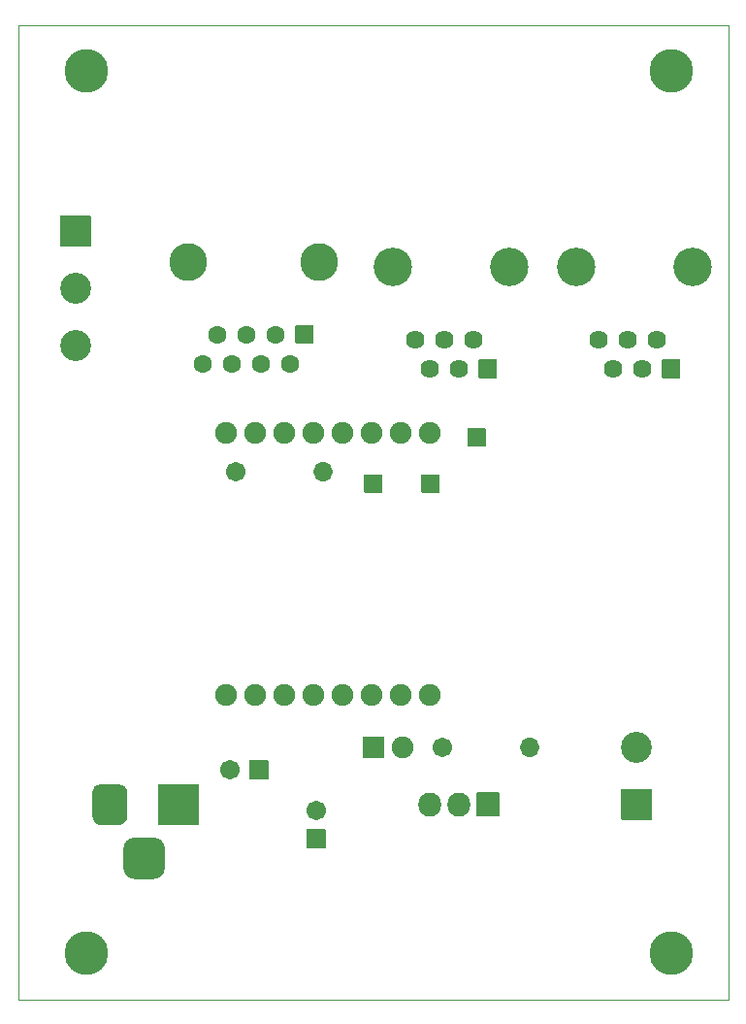
<source format=gbr>
G04 #@! TF.GenerationSoftware,KiCad,Pcbnew,(6.0.5)*
G04 #@! TF.CreationDate,2022-05-05T21:27:21-04:00*
G04 #@! TF.ProjectId,Weather_Wemos,57656174-6865-4725-9f57-656d6f732e6b,v1*
G04 #@! TF.SameCoordinates,Original*
G04 #@! TF.FileFunction,Soldermask,Bot*
G04 #@! TF.FilePolarity,Negative*
%FSLAX45Y45*%
G04 Gerber Fmt 4.5, Leading zero omitted, Abs format (unit mm)*
G04 Created by KiCad (PCBNEW (6.0.5)) date 2022-05-05 21:27:21*
%MOMM*%
%LPD*%
G01*
G04 APERTURE LIST*
G04 #@! TA.AperFunction,Profile*
%ADD10C,0.050000*%
G04 #@! TD*
%ADD11C,2.702000*%
%ADD12C,1.702000*%
%ADD13O,1.702000X1.702000*%
%ADD14C,1.902000*%
%ADD15C,3.802000*%
%ADD16C,3.352000*%
%ADD17C,1.622000*%
%ADD18C,3.302000*%
%ADD19C,1.602000*%
%ADD20O,2.007000X2.102000*%
G04 APERTURE END LIST*
D10*
X18100000Y-5900000D02*
X11900000Y-5900000D01*
X18100000Y-14400000D02*
X18100000Y-5900000D01*
X11900000Y-14400000D02*
X18100000Y-14400000D01*
X11900000Y-5900000D02*
X11900000Y-14400000D01*
X18100000Y-5900000D02*
X11900000Y-5900000D01*
X18100000Y-14400000D02*
X18100000Y-5900000D01*
X11900000Y-14400000D02*
X18100000Y-14400000D01*
X11900000Y-5900000D02*
X11900000Y-14400000D01*
G36*
G01*
X12270000Y-7564900D02*
X12530000Y-7564900D01*
G75*
G02*
X12535100Y-7570000I0J-5100D01*
G01*
X12535100Y-7830000D01*
G75*
G02*
X12530000Y-7835100I-5100J0D01*
G01*
X12270000Y-7835100D01*
G75*
G02*
X12264900Y-7830000I0J5100D01*
G01*
X12264900Y-7570000D01*
G75*
G02*
X12270000Y-7564900I5100J0D01*
G01*
G37*
D11*
X12400000Y-8200000D03*
X12400000Y-8700000D03*
D12*
X13800000Y-9800000D03*
D13*
X14562000Y-9800000D03*
D14*
X15489000Y-9457000D03*
X15235000Y-9457000D03*
X14981000Y-9457000D03*
X14727000Y-9457000D03*
X14473000Y-9457000D03*
X14219000Y-9457000D03*
X13965000Y-9457000D03*
X13711000Y-9457000D03*
X13711000Y-11743000D03*
X13965000Y-11743000D03*
X14219000Y-11743000D03*
X14473000Y-11743000D03*
X14727000Y-11743000D03*
X14981000Y-11743000D03*
X15235000Y-11743000D03*
X15489000Y-11743000D03*
G36*
G01*
X17430000Y-12835100D02*
X17170000Y-12835100D01*
G75*
G02*
X17164900Y-12830000I0J5100D01*
G01*
X17164900Y-12570000D01*
G75*
G02*
X17170000Y-12564900I5100J0D01*
G01*
X17430000Y-12564900D01*
G75*
G02*
X17435100Y-12570000I0J-5100D01*
G01*
X17435100Y-12830000D01*
G75*
G02*
X17430000Y-12835100I-5100J0D01*
G01*
G37*
D11*
X17300000Y-12200000D03*
G36*
G01*
X14580000Y-13085100D02*
X14420000Y-13085100D01*
G75*
G02*
X14414900Y-13080000I0J5100D01*
G01*
X14414900Y-12920000D01*
G75*
G02*
X14420000Y-12914900I5100J0D01*
G01*
X14580000Y-12914900D01*
G75*
G02*
X14585100Y-12920000I0J-5100D01*
G01*
X14585100Y-13080000D01*
G75*
G02*
X14580000Y-13085100I-5100J0D01*
G01*
G37*
D12*
X14500000Y-12750000D03*
G36*
G01*
X14085100Y-12320000D02*
X14085100Y-12480000D01*
G75*
G02*
X14080000Y-12485100I-5100J0D01*
G01*
X13920000Y-12485100D01*
G75*
G02*
X13914900Y-12480000I0J5100D01*
G01*
X13914900Y-12320000D01*
G75*
G02*
X13920000Y-12314900I5100J0D01*
G01*
X14080000Y-12314900D01*
G75*
G02*
X14085100Y-12320000I0J-5100D01*
G01*
G37*
X13750000Y-12400000D03*
G36*
G01*
X14904900Y-12290000D02*
X14904900Y-12110000D01*
G75*
G02*
X14910000Y-12104900I5100J0D01*
G01*
X15090000Y-12104900D01*
G75*
G02*
X15095100Y-12110000I0J-5100D01*
G01*
X15095100Y-12290000D01*
G75*
G02*
X15090000Y-12295100I-5100J0D01*
G01*
X14910000Y-12295100D01*
G75*
G02*
X14904900Y-12290000I0J5100D01*
G01*
G37*
D14*
X15254000Y-12200000D03*
D15*
X17600000Y-14000000D03*
X12500000Y-6300000D03*
X17600000Y-6300000D03*
X12500000Y-14000000D03*
D16*
X16775000Y-8011000D03*
X17791000Y-8011000D03*
G36*
G01*
X17681100Y-8824000D02*
X17681100Y-8976000D01*
G75*
G02*
X17676000Y-8981100I-5100J0D01*
G01*
X17524000Y-8981100D01*
G75*
G02*
X17518900Y-8976000I0J5100D01*
G01*
X17518900Y-8824000D01*
G75*
G02*
X17524000Y-8818900I5100J0D01*
G01*
X17676000Y-8818900D01*
G75*
G02*
X17681100Y-8824000I0J-5100D01*
G01*
G37*
D17*
X17473000Y-8646000D03*
X17346000Y-8900000D03*
X17219000Y-8646000D03*
X17092000Y-8900000D03*
X16965000Y-8646000D03*
D16*
X15175000Y-8011000D03*
X16191000Y-8011000D03*
G36*
G01*
X16081100Y-8824000D02*
X16081100Y-8976000D01*
G75*
G02*
X16076000Y-8981100I-5100J0D01*
G01*
X15924000Y-8981100D01*
G75*
G02*
X15918900Y-8976000I0J5100D01*
G01*
X15918900Y-8824000D01*
G75*
G02*
X15924000Y-8818900I5100J0D01*
G01*
X16076000Y-8818900D01*
G75*
G02*
X16081100Y-8824000I0J-5100D01*
G01*
G37*
D17*
X15873000Y-8646000D03*
X15746000Y-8900000D03*
X15619000Y-8646000D03*
X15492000Y-8900000D03*
X15365000Y-8646000D03*
D18*
X14527000Y-7965000D03*
X13384000Y-7965000D03*
G36*
G01*
X14480100Y-8525000D02*
X14480100Y-8675000D01*
G75*
G02*
X14475000Y-8680100I-5100J0D01*
G01*
X14325000Y-8680100D01*
G75*
G02*
X14319900Y-8675000I0J5100D01*
G01*
X14319900Y-8525000D01*
G75*
G02*
X14325000Y-8519900I5100J0D01*
G01*
X14475000Y-8519900D01*
G75*
G02*
X14480100Y-8525000I0J-5100D01*
G01*
G37*
D19*
X14273000Y-8854000D03*
X14146000Y-8600000D03*
X14019000Y-8854000D03*
X13892000Y-8600000D03*
X13765000Y-8854000D03*
X13638000Y-8600000D03*
X13511000Y-8854000D03*
D12*
X15600000Y-12200000D03*
D13*
X16362000Y-12200000D03*
G36*
G01*
X16100350Y-12600000D02*
X16100350Y-12800000D01*
G75*
G02*
X16095250Y-12805100I-5100J0D01*
G01*
X15904750Y-12805100D01*
G75*
G02*
X15899650Y-12800000I0J5100D01*
G01*
X15899650Y-12600000D01*
G75*
G02*
X15904750Y-12594900I5100J0D01*
G01*
X16095250Y-12594900D01*
G75*
G02*
X16100350Y-12600000I0J-5100D01*
G01*
G37*
D20*
X15746000Y-12700000D03*
X15492000Y-12700000D03*
G36*
G01*
X13119900Y-12875000D02*
X13119900Y-12525000D01*
G75*
G02*
X13125000Y-12519900I5100J0D01*
G01*
X13475000Y-12519900D01*
G75*
G02*
X13480100Y-12525000I0J-5100D01*
G01*
X13480100Y-12875000D01*
G75*
G02*
X13475000Y-12880100I-5100J0D01*
G01*
X13125000Y-12880100D01*
G75*
G02*
X13119900Y-12875000I0J5100D01*
G01*
G37*
G36*
G01*
X12544900Y-12800000D02*
X12544900Y-12600000D01*
G75*
G02*
X12625000Y-12519900I80100J0D01*
G01*
X12775000Y-12519900D01*
G75*
G02*
X12855100Y-12600000I0J-80100D01*
G01*
X12855100Y-12800000D01*
G75*
G02*
X12775000Y-12880100I-80100J0D01*
G01*
X12625000Y-12880100D01*
G75*
G02*
X12544900Y-12800000I0J80100D01*
G01*
G37*
G36*
G01*
X12819900Y-13257500D02*
X12819900Y-13082500D01*
G75*
G02*
X12912500Y-12989900I92600J0D01*
G01*
X13087500Y-12989900D01*
G75*
G02*
X13180100Y-13082500I0J-92600D01*
G01*
X13180100Y-13257500D01*
G75*
G02*
X13087500Y-13350100I-92600J0D01*
G01*
X12912500Y-13350100D01*
G75*
G02*
X12819900Y-13257500I0J92600D01*
G01*
G37*
G36*
G01*
X15419900Y-9975000D02*
X15419900Y-9825000D01*
G75*
G02*
X15425000Y-9819900I5100J0D01*
G01*
X15575000Y-9819900D01*
G75*
G02*
X15580100Y-9825000I0J-5100D01*
G01*
X15580100Y-9975000D01*
G75*
G02*
X15575000Y-9980100I-5100J0D01*
G01*
X15425000Y-9980100D01*
G75*
G02*
X15419900Y-9975000I0J5100D01*
G01*
G37*
G36*
G01*
X15819900Y-9575000D02*
X15819900Y-9425000D01*
G75*
G02*
X15825000Y-9419900I5100J0D01*
G01*
X15975000Y-9419900D01*
G75*
G02*
X15980100Y-9425000I0J-5100D01*
G01*
X15980100Y-9575000D01*
G75*
G02*
X15975000Y-9580100I-5100J0D01*
G01*
X15825000Y-9580100D01*
G75*
G02*
X15819900Y-9575000I0J5100D01*
G01*
G37*
G36*
G01*
X14919900Y-9975000D02*
X14919900Y-9825000D01*
G75*
G02*
X14925000Y-9819900I5100J0D01*
G01*
X15075000Y-9819900D01*
G75*
G02*
X15080100Y-9825000I0J-5100D01*
G01*
X15080100Y-9975000D01*
G75*
G02*
X15075000Y-9980100I-5100J0D01*
G01*
X14925000Y-9980100D01*
G75*
G02*
X14919900Y-9975000I0J5100D01*
G01*
G37*
M02*

</source>
